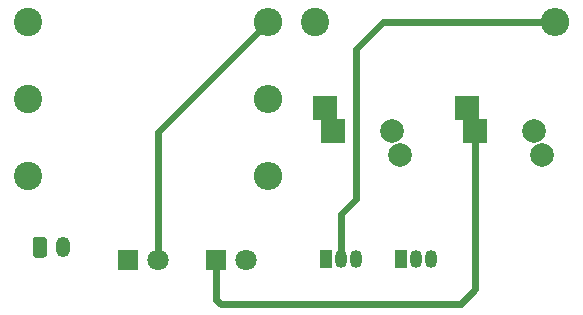
<source format=gbr>
%TF.GenerationSoftware,KiCad,Pcbnew,(5.1.9)-1*%
%TF.CreationDate,2021-04-24T19:55:53+02:00*%
%TF.ProjectId,Blink,426c696e-6b2e-46b6-9963-61645f706362,rev?*%
%TF.SameCoordinates,Original*%
%TF.FileFunction,Copper,L2,Bot*%
%TF.FilePolarity,Positive*%
%FSLAX46Y46*%
G04 Gerber Fmt 4.6, Leading zero omitted, Abs format (unit mm)*
G04 Created by KiCad (PCBNEW (5.1.9)-1) date 2021-04-24 19:55:53*
%MOMM*%
%LPD*%
G01*
G04 APERTURE LIST*
%TA.AperFunction,ComponentPad*%
%ADD10R,2.000000X2.000000*%
%TD*%
%TA.AperFunction,ComponentPad*%
%ADD11C,2.000000*%
%TD*%
%TA.AperFunction,ComponentPad*%
%ADD12R,1.800000X1.800000*%
%TD*%
%TA.AperFunction,ComponentPad*%
%ADD13C,1.800000*%
%TD*%
%TA.AperFunction,ComponentPad*%
%ADD14O,1.200000X1.750000*%
%TD*%
%TA.AperFunction,ComponentPad*%
%ADD15R,1.050000X1.500000*%
%TD*%
%TA.AperFunction,ComponentPad*%
%ADD16O,1.050000X1.500000*%
%TD*%
%TA.AperFunction,ComponentPad*%
%ADD17C,2.400000*%
%TD*%
%TA.AperFunction,ComponentPad*%
%ADD18O,2.400000X2.400000*%
%TD*%
%TA.AperFunction,Conductor*%
%ADD19C,0.600000*%
%TD*%
G04 APERTURE END LIST*
D10*
%TO.P,C1,1*%
%TO.N,Net-(C1-Pad1)*%
X156849647Y-61585001D03*
D11*
%TO.P,C1,2*%
%TO.N,Net-(C1-Pad2)*%
X161849647Y-61585001D03*
D10*
%TO.P,C1,1*%
%TO.N,Net-(C1-Pad1)*%
X156177503Y-59585001D03*
D11*
%TO.P,C1,2*%
%TO.N,Net-(C1-Pad2)*%
X162521791Y-63585001D03*
%TD*%
%TO.P,C2,2*%
%TO.N,Net-(C2-Pad2)*%
X174561791Y-63585001D03*
D10*
%TO.P,C2,1*%
%TO.N,Net-(C2-Pad1)*%
X168217503Y-59585001D03*
D11*
%TO.P,C2,2*%
%TO.N,Net-(C2-Pad2)*%
X173889647Y-61585001D03*
D10*
%TO.P,C2,1*%
%TO.N,Net-(C2-Pad1)*%
X168889647Y-61585001D03*
%TD*%
D12*
%TO.P,D1,1*%
%TO.N,Net-(C1-Pad1)*%
X139465001Y-72455001D03*
D13*
%TO.P,D1,2*%
%TO.N,Net-(D1-Pad2)*%
X142005001Y-72455001D03*
%TD*%
%TO.P,D2,2*%
%TO.N,Net-(D2-Pad2)*%
X149505001Y-72455001D03*
D12*
%TO.P,D2,1*%
%TO.N,Net-(C2-Pad1)*%
X146965001Y-72455001D03*
%TD*%
%TO.P,J1,1*%
%TO.N,Net-(J1-Pad1)*%
%TA.AperFunction,ComponentPad*%
G36*
G01*
X131415001Y-72030002D02*
X131415001Y-70780000D01*
G75*
G02*
X131665000Y-70530001I249999J0D01*
G01*
X132365002Y-70530001D01*
G75*
G02*
X132615001Y-70780000I0J-249999D01*
G01*
X132615001Y-72030002D01*
G75*
G02*
X132365002Y-72280001I-249999J0D01*
G01*
X131665000Y-72280001D01*
G75*
G02*
X131415001Y-72030002I0J249999D01*
G01*
G37*
%TD.AperFunction*%
D14*
%TO.P,J1,2*%
%TO.N,Net-(J1-Pad2)*%
X134015001Y-71405001D03*
%TD*%
D15*
%TO.P,Q1,1*%
%TO.N,Net-(J1-Pad2)*%
X156210000Y-72390000D03*
D16*
%TO.P,Q1,3*%
%TO.N,Net-(C1-Pad1)*%
X158750000Y-72390000D03*
%TO.P,Q1,2*%
%TO.N,Net-(C2-Pad2)*%
X157480000Y-72390000D03*
%TD*%
%TO.P,Q2,2*%
%TO.N,Net-(C1-Pad2)*%
X163830000Y-72390000D03*
%TO.P,Q2,3*%
%TO.N,Net-(C2-Pad1)*%
X165100000Y-72390000D03*
D15*
%TO.P,Q2,1*%
%TO.N,Net-(J1-Pad2)*%
X162560000Y-72390000D03*
%TD*%
D17*
%TO.P,R1,1*%
%TO.N,Net-(J1-Pad1)*%
X131015001Y-52305001D03*
D18*
%TO.P,R1,2*%
%TO.N,Net-(D1-Pad2)*%
X151335001Y-52305001D03*
%TD*%
%TO.P,R2,2*%
%TO.N,Net-(C1-Pad2)*%
X151335001Y-58855001D03*
D17*
%TO.P,R2,1*%
%TO.N,Net-(J1-Pad1)*%
X131015001Y-58855001D03*
%TD*%
%TO.P,R3,1*%
%TO.N,Net-(J1-Pad1)*%
X155285001Y-52305001D03*
D18*
%TO.P,R3,2*%
%TO.N,Net-(C2-Pad2)*%
X175605001Y-52305001D03*
%TD*%
%TO.P,R4,2*%
%TO.N,Net-(D2-Pad2)*%
X151335001Y-65405001D03*
D17*
%TO.P,R4,1*%
%TO.N,Net-(J1-Pad1)*%
X131015001Y-65405001D03*
%TD*%
D19*
%TO.N,Net-(C2-Pad2)*%
X175605001Y-52305001D02*
X161054999Y-52305001D01*
X157480000Y-68580000D02*
X157480000Y-72390000D01*
X158750000Y-67310000D02*
X157480000Y-68580000D01*
X158750000Y-54610000D02*
X158750000Y-67310000D01*
X161054999Y-52305001D02*
X158750000Y-54610000D01*
%TO.N,Net-(C2-Pad1)*%
X146965001Y-72455001D02*
X146965001Y-75845001D01*
X168889647Y-74950353D02*
X168889647Y-61585001D01*
X167640000Y-76200000D02*
X168889647Y-74950353D01*
X147320000Y-76200000D02*
X167640000Y-76200000D01*
X146965001Y-75845001D02*
X147320000Y-76200000D01*
%TO.N,Net-(D1-Pad2)*%
X142005001Y-72455001D02*
X142005001Y-61635001D01*
X142005001Y-61635001D02*
X151335001Y-52305001D01*
%TD*%
M02*

</source>
